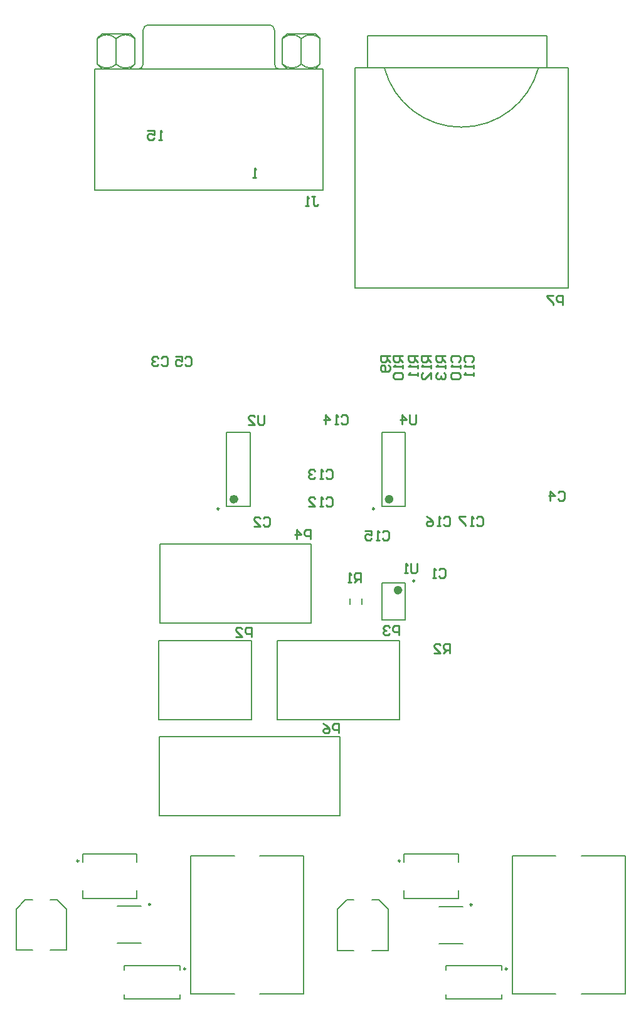
<source format=gbo>
G04 Layer_Color=32896*
%FSAX24Y24*%
%MOIN*%
G70*
G01*
G75*
%ADD12C,0.0100*%
%ADD39C,0.0098*%
%ADD40C,0.0079*%
%ADD41C,0.0080*%
%ADD65C,0.0236*%
%ADD66C,0.0050*%
D12*
X030120Y043980D02*
Y043563D01*
X030037Y043480D01*
X029870D01*
X029787Y043563D01*
Y043980D01*
X029287Y043480D02*
X029620D01*
X029287Y043813D01*
Y043897D01*
X029370Y043980D01*
X029537D01*
X029620Y043897D01*
X029440Y032220D02*
Y032720D01*
X029190D01*
X029107Y032637D01*
Y032470D01*
X029190Y032387D01*
X029440D01*
X028607Y032220D02*
X028940D01*
X028607Y032553D01*
Y032637D01*
X028690Y032720D01*
X028857D01*
X028940Y032637D01*
X032600Y037400D02*
Y037900D01*
X032350D01*
X032267Y037817D01*
Y037650D01*
X032350Y037567D01*
X032600D01*
X031850Y037400D02*
Y037900D01*
X032100Y037650D01*
X031767D01*
X034100Y027100D02*
Y027600D01*
X033850D01*
X033767Y027517D01*
Y027350D01*
X033850Y027267D01*
X034100D01*
X033267Y027600D02*
X033434Y027517D01*
X033600Y027350D01*
Y027183D01*
X033517Y027100D01*
X033350D01*
X033267Y027183D01*
Y027267D01*
X033350Y027350D01*
X033600D01*
X037300Y032300D02*
Y032800D01*
X037050D01*
X036967Y032717D01*
Y032550D01*
X037050Y032467D01*
X037300D01*
X036800Y032717D02*
X036717Y032800D01*
X036550D01*
X036467Y032717D01*
Y032633D01*
X036550Y032550D01*
X036634D01*
X036550D01*
X036467Y032467D01*
Y032383D01*
X036550Y032300D01*
X036717D01*
X036800Y032383D01*
X038189Y044004D02*
Y043587D01*
X038106Y043504D01*
X037939D01*
X037856Y043587D01*
Y044004D01*
X037439Y043504D02*
Y044004D01*
X037689Y043754D01*
X037356D01*
X038250Y036100D02*
Y035683D01*
X038167Y035600D01*
X038000D01*
X037917Y035683D01*
Y036100D01*
X037750Y035600D02*
X037584D01*
X037667D01*
Y036100D01*
X037750Y036017D01*
X039764Y047146D02*
X039264D01*
Y046896D01*
X039347Y046812D01*
X039514D01*
X039597Y046896D01*
Y047146D01*
Y046979D02*
X039764Y046812D01*
Y046646D02*
Y046479D01*
Y046563D01*
X039264D01*
X039347Y046646D01*
Y046229D02*
X039264Y046146D01*
Y045979D01*
X039347Y045896D01*
X039431D01*
X039514Y045979D01*
Y046063D01*
Y045979D01*
X039597Y045896D01*
X039680D01*
X039764Y045979D01*
Y046146D01*
X039680Y046229D01*
X038976Y047146D02*
X038477D01*
Y046896D01*
X038560Y046812D01*
X038726D01*
X038810Y046896D01*
Y047146D01*
Y046979D02*
X038976Y046812D01*
Y046646D02*
Y046479D01*
Y046563D01*
X038477D01*
X038560Y046646D01*
X038976Y045896D02*
Y046229D01*
X038643Y045896D01*
X038560D01*
X038477Y045979D01*
Y046146D01*
X038560Y046229D01*
X038287Y047146D02*
X037788D01*
Y046896D01*
X037871Y046812D01*
X038037D01*
X038121Y046896D01*
Y047146D01*
Y046979D02*
X038287Y046812D01*
Y046646D02*
Y046479D01*
Y046563D01*
X037788D01*
X037871Y046646D01*
X038287Y046229D02*
Y046063D01*
Y046146D01*
X037788D01*
X037871Y046229D01*
X037500Y047146D02*
X037000D01*
Y046896D01*
X037083Y046812D01*
X037250D01*
X037333Y046896D01*
Y047146D01*
Y046979D02*
X037500Y046812D01*
Y046646D02*
Y046479D01*
Y046563D01*
X037000D01*
X037083Y046646D01*
Y046229D02*
X037000Y046146D01*
Y045979D01*
X037083Y045896D01*
X037417D01*
X037500Y045979D01*
Y046146D01*
X037417Y046229D01*
X037083D01*
X036811Y047146D02*
X036311D01*
Y046896D01*
X036394Y046812D01*
X036561D01*
X036644Y046896D01*
Y047146D01*
Y046979D02*
X036811Y046812D01*
X036728Y046646D02*
X036811Y046563D01*
Y046396D01*
X036728Y046313D01*
X036394D01*
X036311Y046396D01*
Y046563D01*
X036394Y046646D01*
X036478D01*
X036561Y046563D01*
Y046313D01*
X040000Y031350D02*
Y031850D01*
X039750D01*
X039667Y031767D01*
Y031600D01*
X039750Y031517D01*
X040000D01*
X039833D02*
X039667Y031350D01*
X039167D02*
X039500D01*
X039167Y031683D01*
Y031767D01*
X039250Y031850D01*
X039417D01*
X039500Y031767D01*
X035250Y035100D02*
Y035600D01*
X035000D01*
X034917Y035517D01*
Y035350D01*
X035000Y035267D01*
X035250D01*
X035083D02*
X034917Y035100D01*
X034750D02*
X034584D01*
X034667D01*
Y035600D01*
X034750Y035517D01*
X046000Y049850D02*
Y050350D01*
X045750D01*
X045667Y050267D01*
Y050100D01*
X045750Y050017D01*
X046000D01*
X045500Y050350D02*
X045167D01*
Y050267D01*
X045500Y049933D01*
Y049850D01*
X041417Y038517D02*
X041500Y038600D01*
X041667D01*
X041750Y038517D01*
Y038183D01*
X041667Y038100D01*
X041500D01*
X041417Y038183D01*
X041250Y038100D02*
X041084D01*
X041167D01*
Y038600D01*
X041250Y038517D01*
X040834Y038600D02*
X040500D01*
Y038517D01*
X040834Y038183D01*
Y038100D01*
X039667Y038517D02*
X039750Y038600D01*
X039917D01*
X040000Y038517D01*
Y038183D01*
X039917Y038100D01*
X039750D01*
X039667Y038183D01*
X039500Y038100D02*
X039334D01*
X039417D01*
Y038600D01*
X039500Y038517D01*
X038750Y038600D02*
X038917Y038517D01*
X039084Y038350D01*
Y038183D01*
X039000Y038100D01*
X038834D01*
X038750Y038183D01*
Y038267D01*
X038834Y038350D01*
X039084D01*
X036417Y037767D02*
X036500Y037850D01*
X036667D01*
X036750Y037767D01*
Y037433D01*
X036667Y037350D01*
X036500D01*
X036417Y037433D01*
X036250Y037350D02*
X036084D01*
X036167D01*
Y037850D01*
X036250Y037767D01*
X035500Y037850D02*
X035834D01*
Y037600D01*
X035667Y037683D01*
X035584D01*
X035500Y037600D01*
Y037433D01*
X035584Y037350D01*
X035750D01*
X035834Y037433D01*
X034214Y043920D02*
X034297Y044004D01*
X034464D01*
X034547Y043920D01*
Y043587D01*
X034464Y043504D01*
X034297D01*
X034214Y043587D01*
X034047Y043504D02*
X033881D01*
X033964D01*
Y044004D01*
X034047Y043920D01*
X033381Y043504D02*
Y044004D01*
X033631Y043754D01*
X033298D01*
X033417Y041017D02*
X033500Y041100D01*
X033667D01*
X033750Y041017D01*
Y040683D01*
X033667Y040600D01*
X033500D01*
X033417Y040683D01*
X033250Y040600D02*
X033084D01*
X033167D01*
Y041100D01*
X033250Y041017D01*
X032834D02*
X032750Y041100D01*
X032584D01*
X032500Y041017D01*
Y040933D01*
X032584Y040850D01*
X032667D01*
X032584D01*
X032500Y040767D01*
Y040683D01*
X032584Y040600D01*
X032750D01*
X032834Y040683D01*
X033417Y039558D02*
X033500Y039641D01*
X033667D01*
X033750Y039558D01*
Y039225D01*
X033667Y039142D01*
X033500D01*
X033417Y039225D01*
X033250Y039142D02*
X033084D01*
X033167D01*
Y039641D01*
X033250Y039558D01*
X032500Y039142D02*
X032834D01*
X032500Y039475D01*
Y039558D01*
X032584Y039641D01*
X032750D01*
X032834Y039558D01*
X040824Y046812D02*
X040740Y046896D01*
Y047062D01*
X040824Y047146D01*
X041157D01*
X041240Y047062D01*
Y046896D01*
X041157Y046812D01*
X041240Y046646D02*
Y046479D01*
Y046563D01*
X040740D01*
X040824Y046646D01*
X041240Y046229D02*
Y046063D01*
Y046146D01*
X040740D01*
X040824Y046229D01*
X040135Y046812D02*
X040051Y046896D01*
Y047062D01*
X040135Y047146D01*
X040468D01*
X040551Y047062D01*
Y046896D01*
X040468Y046812D01*
X040551Y046646D02*
Y046479D01*
Y046563D01*
X040051D01*
X040135Y046646D01*
Y046229D02*
X040051Y046146D01*
Y045979D01*
X040135Y045896D01*
X040468D01*
X040551Y045979D01*
Y046146D01*
X040468Y046229D01*
X040135D01*
X045740Y039877D02*
X045823Y039960D01*
X045990D01*
X046073Y039877D01*
Y039544D01*
X045990Y039460D01*
X045823D01*
X045740Y039544D01*
X045323Y039460D02*
Y039960D01*
X045573Y039710D01*
X045240D01*
X024667Y047017D02*
X024750Y047100D01*
X024917D01*
X025000Y047017D01*
Y046683D01*
X024917Y046600D01*
X024750D01*
X024667Y046683D01*
X024500Y047017D02*
X024417Y047100D01*
X024250D01*
X024167Y047017D01*
Y046933D01*
X024250Y046850D01*
X024334D01*
X024250D01*
X024167Y046767D01*
Y046683D01*
X024250Y046600D01*
X024417D01*
X024500Y046683D01*
X030080Y038507D02*
X030163Y038590D01*
X030330D01*
X030413Y038507D01*
Y038174D01*
X030330Y038091D01*
X030163D01*
X030080Y038174D01*
X029580Y038091D02*
X029914D01*
X029580Y038424D01*
Y038507D01*
X029664Y038590D01*
X029830D01*
X029914Y038507D01*
X039417Y035767D02*
X039500Y035850D01*
X039667D01*
X039750Y035767D01*
Y035433D01*
X039667Y035350D01*
X039500D01*
X039417Y035433D01*
X039250Y035350D02*
X039084D01*
X039167D01*
Y035850D01*
X039250Y035767D01*
X032667Y055600D02*
X032833D01*
X032750D01*
Y055183D01*
X032833Y055100D01*
X032917D01*
X033000Y055183D01*
X032500Y055100D02*
X032334D01*
X032417D01*
Y055600D01*
X032500Y055517D01*
X025917Y047017D02*
X026000Y047100D01*
X026167D01*
X026250Y047017D01*
Y046683D01*
X026167Y046600D01*
X026000D01*
X025917Y046683D01*
X025417Y047100D02*
X025750D01*
Y046850D01*
X025584Y046933D01*
X025500D01*
X025417Y046850D01*
Y046683D01*
X025500Y046600D01*
X025667D01*
X025750Y046683D01*
X024685Y058614D02*
X024518D01*
X024602D01*
Y059114D01*
X024685Y059030D01*
X023935Y059114D02*
X024269D01*
Y058864D01*
X024102Y058947D01*
X024019D01*
X023935Y058864D01*
Y058697D01*
X024019Y058614D01*
X024185D01*
X024269Y058697D01*
X029685Y056614D02*
X029518D01*
X029602D01*
Y057114D01*
X029685Y057030D01*
D39*
X027726Y039015D02*
G03*
X027726Y039015I-000049J000000D01*
G01*
X025950Y014574D02*
G03*
X025950Y014574I-000049J000000D01*
G01*
X020264Y020308D02*
G03*
X020264Y020308I-000049J000000D01*
G01*
X035976Y039015D02*
G03*
X035976Y039015I-000049J000000D01*
G01*
X038122Y035185D02*
G03*
X038122Y035185I-000049J000000D01*
G01*
X037356Y020308D02*
G03*
X037356Y020308I-000049J000000D01*
G01*
X043042Y014574D02*
G03*
X043042Y014574I-000049J000000D01*
G01*
X024080Y018003D02*
G03*
X024080Y018003I-000049J000000D01*
G01*
X041172Y017985D02*
G03*
X041172Y017985I-000049J000000D01*
G01*
D40*
X028120Y039132D02*
X029380D01*
Y043068D01*
X028120Y039132D02*
Y043068D01*
X029380D01*
X036705Y015557D02*
Y017743D01*
X035839Y015557D02*
X036705D01*
X034028D02*
X034894D01*
X034028D02*
Y017743D01*
X035839Y018235D02*
X036213D01*
X036705Y017743D01*
X034028D02*
X034520Y018235D01*
X034894D01*
X019613Y015561D02*
Y017746D01*
X018747Y015561D02*
X019613D01*
X016936D02*
X017802D01*
X016936D02*
Y017746D01*
X018747Y018239D02*
X019121D01*
X019613Y017746D01*
X016936D02*
X017428Y018239D01*
X017802D01*
X024525Y027814D02*
X029443D01*
X024525D02*
Y032014D01*
X029443D01*
Y027814D02*
Y032014D01*
X032609Y032932D02*
Y037132D01*
X024572D02*
X032609D01*
X024572Y032932D02*
Y037132D01*
Y032932D02*
X032609D01*
X034144Y022696D02*
Y026896D01*
X024549D02*
X034144D01*
X024549Y022696D02*
Y026896D01*
Y022696D02*
X034144D01*
X037309Y027814D02*
Y032014D01*
X030832D02*
X037309D01*
X030832Y027814D02*
Y032014D01*
Y027814D02*
X037309D01*
X025644Y014515D02*
Y014751D01*
Y012979D02*
Y013216D01*
X022692Y014751D02*
X025644D01*
X022692Y014515D02*
Y014751D01*
Y012979D02*
X025644D01*
X022692D02*
Y013216D01*
X023345Y020249D02*
Y020672D01*
Y018310D02*
Y018733D01*
X020471Y020672D02*
X023345D01*
X020471Y020249D02*
Y020672D01*
Y018310D02*
X023345D01*
X020471D02*
Y018733D01*
X029898Y020561D02*
X032211D01*
Y013239D02*
Y020561D01*
X029898Y013239D02*
X032211D01*
X026227Y020561D02*
X028540D01*
X026227Y013239D02*
X028540D01*
X026227D02*
Y020561D01*
X036370Y043068D02*
X037630D01*
X036370Y039132D02*
X037630D01*
Y043068D01*
X036370Y039132D02*
Y043068D01*
X036370Y035084D02*
X037630D01*
Y033116D02*
Y035084D01*
X036370Y033116D02*
X037630D01*
X036370D02*
Y035084D01*
X046990Y020561D02*
X049303D01*
Y013239D02*
Y020561D01*
X046990Y013239D02*
X049303D01*
X043319Y020561D02*
X045632D01*
X043319Y013239D02*
X045632D01*
X043319D02*
Y020561D01*
X040437Y020249D02*
Y020672D01*
Y018310D02*
Y018733D01*
X037563Y020672D02*
X040437D01*
X037563Y020249D02*
Y020672D01*
Y018310D02*
X040437D01*
X037563D02*
Y018733D01*
X042737Y014515D02*
Y014751D01*
Y012979D02*
Y013216D01*
X039784Y014751D02*
X042737D01*
X039784Y014515D02*
Y014751D01*
Y012979D02*
X042737D01*
X039784D02*
Y013216D01*
X021259Y063494D02*
Y063578D01*
X021259Y063998D02*
X021509Y064248D01*
X023009D01*
X023259Y063998D01*
Y062637D02*
Y063998D01*
X021259Y062637D02*
Y063992D01*
X021259Y062637D02*
X021523Y062373D01*
X022259Y062637D02*
Y063992D01*
X022994Y062372D02*
X023259Y062637D01*
X031101Y063494D02*
Y063578D01*
X031101Y063998D02*
X031351Y064248D01*
X032851D01*
X033101Y063998D01*
Y062637D02*
Y063998D01*
X031101Y062637D02*
Y063992D01*
X031101Y062637D02*
X031366Y062373D01*
X032101Y062637D02*
Y063992D01*
X032836Y062372D02*
X033101Y062637D01*
X022328Y015934D02*
X023587D01*
X022328Y017902D02*
X023587D01*
X039420Y015916D02*
X040680D01*
X039420Y017884D02*
X040680D01*
X034695Y033943D02*
Y034257D01*
X035305Y033943D02*
Y034257D01*
D41*
X022261Y063992D02*
G03*
X021259Y063992I-000501J-000501D01*
G01*
X023259D02*
G03*
X022257Y063992I-000501J-000501D01*
G01*
X021258Y062636D02*
G03*
X022260Y062636I000501J000501D01*
G01*
X022258D02*
G03*
X023260Y062636I000501J000501D01*
G01*
X032103Y063992D02*
G03*
X031101Y063992I-000501J-000501D01*
G01*
X033101D02*
G03*
X032100Y063992I-000501J-000501D01*
G01*
X031101Y062636D02*
G03*
X032102Y062636I000501J000501D01*
G01*
X032101D02*
G03*
X033102Y062636I000501J000501D01*
G01*
D65*
X028632Y039525D02*
G03*
X028632Y039525I-000118J000000D01*
G01*
X036882D02*
G03*
X036882Y039525I-000118J000000D01*
G01*
X037354Y034691D02*
G03*
X037354Y034691I-000118J000000D01*
G01*
D66*
X036512Y062438D02*
G03*
X044701Y062438I004094J001087D01*
G01*
X023967Y064726D02*
G03*
X023693Y064452I000000J-000274D01*
G01*
X023417Y062366D02*
G03*
X023691Y062639I000000J000274D01*
G01*
X030669Y064452D02*
G03*
X030396Y064726I-000274J000000D01*
G01*
X030671Y062639D02*
G03*
X030945Y062366I000274J000000D01*
G01*
X046287Y050745D02*
Y062438D01*
X045154D02*
Y064149D01*
X035606D02*
X045154D01*
X034949Y062438D02*
X046287D01*
X035606D02*
Y064149D01*
X034949Y050745D02*
X046287D01*
X034949D02*
Y062438D01*
X023691Y062639D02*
Y064450D01*
X030671Y062639D02*
Y064450D01*
X023967Y064726D02*
X030396Y064726D01*
X021118Y062364D02*
X033244D01*
X021118Y055946D02*
Y062364D01*
X033244Y055946D02*
Y062364D01*
X021118Y055946D02*
X033244D01*
M02*

</source>
